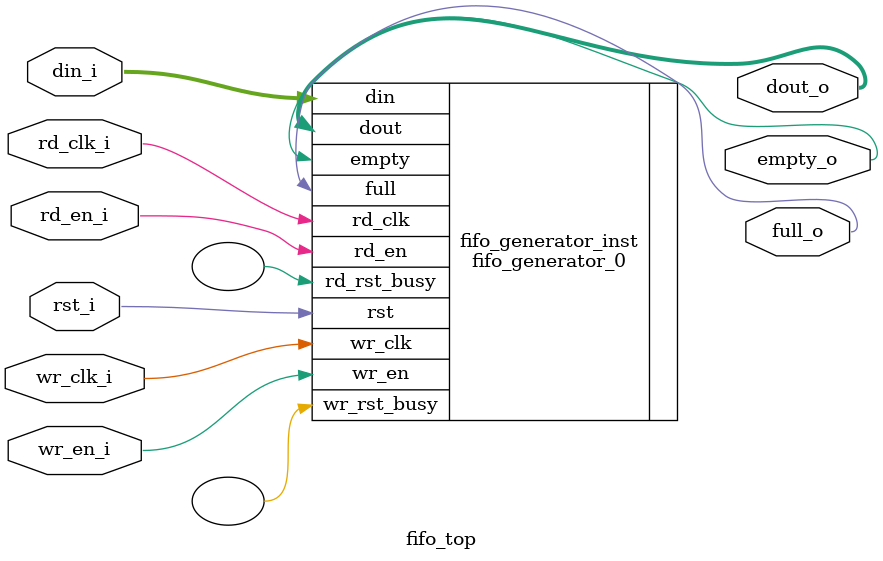
<source format=v>
`timescale 1ns / 1ps
module fifo_top (
   input  wire       rst_i        ,
   input  wire       wr_clk_i     ,
   input  wire       rd_clk_i     ,
   input  wire [7:0] din_i        ,
   input  wire       wr_en_i      ,
   input  wire       rd_en_i      ,
   output wire [7:0] dout_o       ,
   output wire       full_o       ,
   output wire       empty_o      
);
   fifo_generator_0 fifo_generator_inst (
      .rst        (rst_i        ), // input wire rst
      .wr_clk     (wr_clk_i     ), // input wire wr_clk
      .rd_clk     (rd_clk_i     ), // input wire rd_clk
      .din        (din_i        ), // input wire [7 : 0] din
      .wr_en      (wr_en_i      ), // input wire wr_en
      .rd_en      (rd_en_i      ), // input wire rd_en
      .dout       (dout_o       ), // output wire [7 : 0] dout
      .full       (full_o       ), // output wire full
      .empty      (empty_o      ), // output wire empty
      .wr_rst_busy(				  ), // output wire wr_rst_busy
      .rd_rst_busy(				  )  // output wire rd_rst_busy
   );
endmodule

</source>
